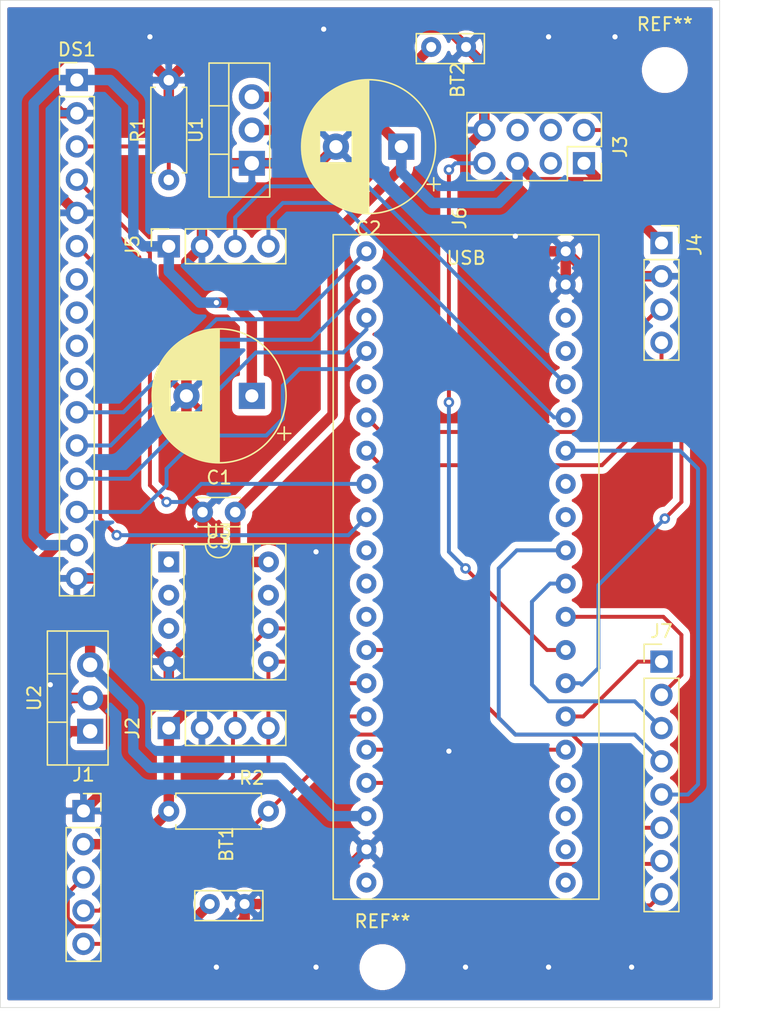
<source format=kicad_pcb>
(kicad_pcb (version 20171130) (host pcbnew "(5.1.6)-1")
  (title_block (title "Autocroft Master Controller") (date 2021-07-19) (rev 1.0) (company IoTeam))
  (layers (0 F.Cu signal) (31 B.Cu signal) (34 B.Paste user) (35 F.Paste user) (36 B.SilkS user) (37 F.SilkS user) (38 B.Mask user) (39 F.Mask user) (44 Edge.Cuts user))
  (net 0 "")
  (net 1 "Net-(BT1-Pad1)")
  (net 2 GND)
  (net 3 "Net-(BT2-Pad1)")
  (net 4 VCC_5V)
  (net 5 VCC_3V3)
  (net 6 "Net-(DS1-Pad3)")
  (net 7 PA11)
  (net 8 PA12)
  (net 9 "Net-(DS1-Pad7)")
  (net 10 "Net-(DS1-Pad8)")
  (net 11 "Net-(DS1-Pad9)")
  (net 12 "Net-(DS1-Pad10)")
  (net 13 PB12)
  (net 14 PB13)
  (net 15 PB14)
  (net 16 PB15)
  (net 17 PB7)
  (net 18 PB6)
  (net 19 PA0)
  (net 20 PA2)
  (net 21 "Net-(J3-Pad3)")
  (net 22 "Net-(J3-Pad4)")
  (net 23 PA3)
  (net 24 PA10)
  (net 25 PA9)
  (net 26 PB11)
  (net 27 PB10)
  (net 28 "Net-(J6-Pad5)")
  (net 29 "Net-(J6-Pad10)")
  (net 30 "Net-(J6-Pad11)")
  (net 31 "Net-(J6-Pad12)")
  (net 32 PB5)
  (net 33 PB8)
  (net 34 PB9)
  (net 35 "Net-(J6-Pad20)")
  (net 36 "Net-(J6-Pad21)")
  (net 37 "Net-(J6-Pad22)")
  (net 38 "Net-(J6-Pad23)")
  (net 39 "Net-(J6-Pad24)")
  (net 40 PA1)
  (net 41 PA4)
  (net 42 PA5)
  (net 43 PA6)
  (net 44 "Net-(J6-Pad32)")
  (net 45 "Net-(J6-Pad33)")
  (net 46 PB1)
  (net 47 "Net-(J6-Pad37)")
  (net 48 "Net-(J6-Pad38)")
  (net 49 "Net-(U3-Pad1)")
  (net 50 "Net-(U3-Pad2)")
  (net 51 "Net-(U3-Pad3)")
  (net 52 "Net-(U3-Pad7)")
  (net 53 "Net-(J3-Pad6)")
  (module MountingHole:MountingHole_2.5mm (layer F.Cu) (at 109.22 168.91)
    (fp_text reference REF** (at 0 -3.5) (layer F.SilkS))
    (fp_text value MountingHole_2.5mm)
    (pad 1 np_thru_hole circle (at 0 0) (size 2.5 2.5) (drill 2.5) (layers *.Cu *.Mask))
  )
  (module MountingHole:MountingHole_2.5mm (layer F.Cu) (at 130.81 100.33)
    (fp_text reference REF** (at 0 -3.5) (layer F.SilkS))
    (fp_text value MountingHole_2.5mm)
    (pad 1 np_thru_hole circle (at 0 0) (size 2.5 2.5) (drill 2.5) (layers *.Cu *.Mask))
  )
  (module Connector_PinSocket_2.54mm:PinSocket_1x04_P2.54mm_Vertical (layer F.Cu) (at 92.88 113.806 90)
    (fp_text reference J5 (at 0 -2.77 90) (layer F.SilkS))
    (fp_text value HC06)
    (pad 4 thru_hole oval (at 0 7.62 90) (size 1.7 1.7) (drill 1) (layers *.Cu *.Mask) (net 27 PB10))
    (pad 3 thru_hole oval (at 0 5.08 90) (size 1.7 1.7) (drill 1) (layers *.Cu *.Mask) (net 26 PB11))
    (pad 2 thru_hole oval (at 0 2.54 90) (size 1.7 1.7) (drill 1) (layers *.Cu *.Mask) (net 2 GND))
    (pad 1 thru_hole rect (at 0 0 90) (size 1.7 1.7) (drill 1) (layers *.Cu *.Mask) (net 4 VCC_5V))
  )
  (module BATT:BATT (layer F.Cu) (at 97.536 166.624 90)
    (fp_text reference BT1 (at 7.112 -0.254 90) (layer F.SilkS))
    (fp_text value "2 Li-ion (7.4V)")
    (pad 1 thru_hole circle (at 2.54 -1.524 90) (size 1.524 1.524) (drill 0.762) (layers *.Cu *.Mask) (net 1 "Net-(BT1-Pad1)"))
    (pad 2 thru_hole circle (at 2.54 1.143 90) (size 1.524 1.524) (drill 0.762) (layers *.Cu *.Mask) (net 2 GND))
  )
  (module BATT:BATT (layer F.Cu) (at 114.47 101.106 90)
    (fp_text reference BT2 (at 0 0.5 90) (layer F.SilkS))
    (fp_text value "2 Li-ion (7.4V)")
    (pad 1 thru_hole circle (at 2.54 -1.524 90) (size 1.524 1.524) (drill 0.762) (layers *.Cu *.Mask) (net 3 "Net-(BT2-Pad1)"))
    (pad 2 thru_hole circle (at 2.54 1.143 90) (size 1.524 1.524) (drill 0.762) (layers *.Cu *.Mask) (net 2 GND))
  )
  (module BLUEPILL:BLUEPILL (layer F.Cu) (at 115.613 111.647 270)
    (fp_text reference J6 (at 0 0.5 90) (layer F.SilkS))
    (fp_text value "STM32 Bluepill")
    (fp_text user USB (at 3.048 0) (layer F.SilkS))
    (pad 1 thru_hole circle (at 2.54 7.62 270) (size 1.524 1.524) (drill 0.762) (layers *.Cu *.Mask) (net 13 PB12))
    (pad 2 thru_hole circle (at 5.08 7.62 270) (size 1.524 1.524) (drill 0.762) (layers *.Cu *.Mask) (net 14 PB13))
    (pad 3 thru_hole circle (at 7.62 7.62 270) (size 1.524 1.524) (drill 0.762) (layers *.Cu *.Mask) (net 15 PB14))
    (pad 4 thru_hole circle (at 10.16 7.62 270) (size 1.524 1.524) (drill 0.762) (layers *.Cu *.Mask) (net 16 PB15))
    (pad 5 thru_hole circle (at 12.7 7.62 270) (size 1.524 1.524) (drill 0.762) (layers *.Cu *.Mask) (net 28 "Net-(J6-Pad5)"))
    (pad 6 thru_hole circle (at 15.24 7.62 270) (size 1.524 1.524) (drill 0.762) (layers *.Cu *.Mask) (net 25 PA9))
    (pad 7 thru_hole circle (at 17.78 7.62 270) (size 1.524 1.524) (drill 0.762) (layers *.Cu *.Mask) (net 24 PA10))
    (pad 8 thru_hole circle (at 20.32 7.62 270) (size 1.524 1.524) (drill 0.762) (layers *.Cu *.Mask) (net 7 PA11))
    (pad 9 thru_hole circle (at 22.86 7.62 270) (size 1.524 1.524) (drill 0.762) (layers *.Cu *.Mask) (net 8 PA12))
    (pad 10 thru_hole circle (at 25.4 7.62 270) (size 1.524 1.524) (drill 0.762) (layers *.Cu *.Mask) (net 29 "Net-(J6-Pad10)"))
    (pad 11 thru_hole circle (at 27.94 7.62 270) (size 1.524 1.524) (drill 0.762) (layers *.Cu *.Mask) (net 30 "Net-(J6-Pad11)"))
    (pad 12 thru_hole circle (at 30.48 7.62 270) (size 1.524 1.524) (drill 0.762) (layers *.Cu *.Mask) (net 31 "Net-(J6-Pad12)"))
    (pad 13 thru_hole circle (at 33.02 7.62 270) (size 1.524 1.524) (drill 0.762) (layers *.Cu *.Mask) (net 32 PB5))
    (pad 14 thru_hole circle (at 35.56 7.62 270) (size 1.524 1.524) (drill 0.762) (layers *.Cu *.Mask) (net 18 PB6))
    (pad 15 thru_hole circle (at 38.1 7.62 270) (size 1.524 1.524) (drill 0.762) (layers *.Cu *.Mask) (net 17 PB7))
    (pad 16 thru_hole circle (at 40.64 7.62 270) (size 1.524 1.524) (drill 0.762) (layers *.Cu *.Mask) (net 33 PB8))
    (pad 17 thru_hole circle (at 43.18 7.62 270) (size 1.524 1.524) (drill 0.762) (layers *.Cu *.Mask) (net 34 PB9))
    (pad 18 thru_hole circle (at 45.72 7.62 270) (size 1.524 1.524) (drill 0.762) (layers *.Cu *.Mask) (net 4 VCC_5V))
    (pad 19 thru_hole circle (at 48.26 7.62 270) (size 1.524 1.524) (drill 0.762) (layers *.Cu *.Mask) (net 2 GND))
    (pad 20 thru_hole circle (at 50.8 7.62 270) (size 1.524 1.524) (drill 0.762) (layers *.Cu *.Mask) (net 35 "Net-(J6-Pad20)"))
    (pad 21 thru_hole circle (at 50.8 -7.62 270) (size 1.524 1.524) (drill 0.762) (layers *.Cu *.Mask) (net 36 "Net-(J6-Pad21)"))
    (pad 22 thru_hole circle (at 48.26 -7.62 270) (size 1.524 1.524) (drill 0.762) (layers *.Cu *.Mask) (net 37 "Net-(J6-Pad22)"))
    (pad 23 thru_hole circle (at 45.72 -7.62 270) (size 1.524 1.524) (drill 0.762) (layers *.Cu *.Mask) (net 38 "Net-(J6-Pad23)"))
    (pad 24 thru_hole circle (at 43.18 -7.62 270) (size 1.524 1.524) (drill 0.762) (layers *.Cu *.Mask) (net 39 "Net-(J6-Pad24)"))
    (pad 25 thru_hole circle (at 40.64 -7.62 270) (size 1.524 1.524) (drill 0.762) (layers *.Cu *.Mask) (net 19 PA0))
    (pad 26 thru_hole circle (at 38.1 -7.62 270) (size 1.524 1.524) (drill 0.762) (layers *.Cu *.Mask) (net 40 PA1))
    (pad 27 thru_hole circle (at 35.56 -7.62 270) (size 1.524 1.524) (drill 0.762) (layers *.Cu *.Mask) (net 20 PA2))
    (pad 28 thru_hole circle (at 33.02 -7.62 270) (size 1.524 1.524) (drill 0.762) (layers *.Cu *.Mask) (net 23 PA3))
    (pad 29 thru_hole circle (at 30.48 -7.62 270) (size 1.524 1.524) (drill 0.762) (layers *.Cu *.Mask) (net 41 PA4))
    (pad 30 thru_hole circle (at 27.94 -7.62 270) (size 1.524 1.524) (drill 0.762) (layers *.Cu *.Mask) (net 42 PA5))
    (pad 31 thru_hole circle (at 25.4 -7.62 270) (size 1.524 1.524) (drill 0.762) (layers *.Cu *.Mask) (net 43 PA6))
    (pad 32 thru_hole circle (at 22.86 -7.62 270) (size 1.524 1.524) (drill 0.762) (layers *.Cu *.Mask) (net 44 "Net-(J6-Pad32)"))
    (pad 33 thru_hole circle (at 20.32 -7.62 270) (size 1.524 1.524) (drill 0.762) (layers *.Cu *.Mask) (net 45 "Net-(J6-Pad33)"))
    (pad 34 thru_hole circle (at 17.78 -7.62 270) (size 1.524 1.524) (drill 0.762) (layers *.Cu *.Mask) (net 46 PB1))
    (pad 35 thru_hole circle (at 15.24 -7.62 270) (size 1.524 1.524) (drill 0.762) (layers *.Cu *.Mask) (net 27 PB10))
    (pad 36 thru_hole circle (at 12.7 -7.62 270) (size 1.524 1.524) (drill 0.762) (layers *.Cu *.Mask) (net 26 PB11))
    (pad 37 thru_hole circle (at 10.16 -7.62 270) (size 1.524 1.524) (drill 0.762) (layers *.Cu *.Mask) (net 47 "Net-(J6-Pad37)"))
    (pad 38 thru_hole circle (at 7.62 -7.62 270) (size 1.524 1.524) (drill 0.762) (layers *.Cu *.Mask) (net 48 "Net-(J6-Pad38)"))
    (pad 39 thru_hole circle (at 5.08 -7.62 270) (size 1.524 1.524) (drill 0.762) (layers *.Cu *.Mask) (net 2 GND))
    (pad 40 thru_hole circle (at 2.54 -7.62 270) (size 1.524 1.524) (drill 0.762) (layers *.Cu *.Mask) (net 2 GND))
  )
  (module Capacitor_THT:CP_Radial_D10.0mm_P5.00mm (layer F.Cu) (at 99.23 125.236 180)
    (fp_text reference C1 (at 2.5 -6.25) (layer F.SilkS))
    (fp_text value 100uF)
    (pad 1 thru_hole rect (at 0 0 180) (size 2 2) (drill 1) (layers *.Cu *.Mask) (net 4 VCC_5V))
    (pad 2 thru_hole circle (at 5 0 180) (size 2 2) (drill 1) (layers *.Cu *.Mask) (net 2 GND))
  )
  (module Capacitor_THT:CP_Radial_D10.0mm_P5.00mm (layer F.Cu) (at 110.66 106.186 180)
    (fp_text reference C2 (at 2.5 -6.25) (layer F.SilkS))
    (fp_text value 100uF)
    (pad 2 thru_hole circle (at 5 0 180) (size 2 2) (drill 1) (layers *.Cu *.Mask) (net 2 GND))
    (pad 1 thru_hole rect (at 0 0 180) (size 2 2) (drill 1) (layers *.Cu *.Mask) (net 5 VCC_3V3))
  )
  (module Connector_PinHeader_2.54mm:PinHeader_1x16_P2.54mm_Vertical (layer F.Cu) (at 85.852 101.092)
    (fp_text reference DS1 (at 0 -2.33) (layer F.SilkS))
    (fp_text value LCD1602)
    (pad 16 thru_hole oval (at 0 38.1) (size 1.7 1.7) (drill 1) (layers *.Cu *.Mask) (net 2 GND))
    (pad 15 thru_hole oval (at 0 35.56) (size 1.7 1.7) (drill 1) (layers *.Cu *.Mask) (net 4 VCC_5V))
    (pad 14 thru_hole oval (at 0 33.02) (size 1.7 1.7) (drill 1) (layers *.Cu *.Mask) (net 16 PB15))
    (pad 13 thru_hole oval (at 0 30.48) (size 1.7 1.7) (drill 1) (layers *.Cu *.Mask) (net 15 PB14))
    (pad 12 thru_hole oval (at 0 27.94) (size 1.7 1.7) (drill 1) (layers *.Cu *.Mask) (net 14 PB13))
    (pad 11 thru_hole oval (at 0 25.4) (size 1.7 1.7) (drill 1) (layers *.Cu *.Mask) (net 13 PB12))
    (pad 10 thru_hole oval (at 0 22.86) (size 1.7 1.7) (drill 1) (layers *.Cu *.Mask) (net 12 "Net-(DS1-Pad10)"))
    (pad 9 thru_hole oval (at 0 20.32) (size 1.7 1.7) (drill 1) (layers *.Cu *.Mask) (net 11 "Net-(DS1-Pad9)"))
    (pad 8 thru_hole oval (at 0 17.78) (size 1.7 1.7) (drill 1) (layers *.Cu *.Mask) (net 10 "Net-(DS1-Pad8)"))
    (pad 7 thru_hole oval (at 0 15.24) (size 1.7 1.7) (drill 1) (layers *.Cu *.Mask) (net 9 "Net-(DS1-Pad7)"))
    (pad 6 thru_hole oval (at 0 12.7) (size 1.7 1.7) (drill 1) (layers *.Cu *.Mask) (net 8 PA12))
    (pad 5 thru_hole oval (at 0 10.16) (size 1.7 1.7) (drill 1) (layers *.Cu *.Mask) (net 2 GND))
    (pad 4 thru_hole oval (at 0 7.62) (size 1.7 1.7) (drill 1) (layers *.Cu *.Mask) (net 7 PA11))
    (pad 3 thru_hole oval (at 0 5.08) (size 1.7 1.7) (drill 1) (layers *.Cu *.Mask) (net 6 "Net-(DS1-Pad3)"))
    (pad 2 thru_hole oval (at 0 2.54) (size 1.7 1.7) (drill 1) (layers *.Cu *.Mask) (net 2 GND))
    (pad 1 thru_hole rect (at 0 0) (size 1.7 1.7) (drill 1) (layers *.Cu *.Mask) (net 4 VCC_5V))
  )
  (module Connector_PinSocket_2.54mm:PinSocket_1x05_P2.54mm_Vertical (layer F.Cu) (at 86.36 156.972)
    (fp_text reference J1 (at 0 -2.77) (layer F.SilkS))
    (fp_text value DS3231)
    (pad 5 thru_hole oval (at 0 10.16) (size 1.7 1.7) (drill 1) (layers *.Cu *.Mask) (net 19 PA0))
    (pad 4 thru_hole oval (at 0 7.62) (size 1.7 1.7) (drill 1) (layers *.Cu *.Mask) (net 18 PB6))
    (pad 3 thru_hole oval (at 0 5.08) (size 1.7 1.7) (drill 1) (layers *.Cu *.Mask) (net 17 PB7))
    (pad 2 thru_hole oval (at 0 2.54) (size 1.7 1.7) (drill 1) (layers *.Cu *.Mask) (net 5 VCC_3V3))
    (pad 1 thru_hole rect (at 0 0) (size 1.7 1.7) (drill 1) (layers *.Cu *.Mask) (net 2 GND))
  )
  (module Connector_PinSocket_2.54mm:PinSocket_1x04_P2.54mm_Vertical (layer F.Cu) (at 92.88 150.636 90)
    (fp_text reference J2 (at 0 -2.77 90) (layer F.SilkS))
    (fp_text value BME280)
    (pad 4 thru_hole oval (at 0 7.62 90) (size 1.7 1.7) (drill 1) (layers *.Cu *.Mask) (net 17 PB7))
    (pad 3 thru_hole oval (at 0 5.08 90) (size 1.7 1.7) (drill 1) (layers *.Cu *.Mask) (net 18 PB6))
    (pad 2 thru_hole oval (at 0 2.54 90) (size 1.7 1.7) (drill 1) (layers *.Cu *.Mask) (net 2 GND))
    (pad 1 thru_hole rect (at 0 0 90) (size 1.7 1.7) (drill 1) (layers *.Cu *.Mask) (net 5 VCC_3V3))
  )
  (module Connector_PinSocket_2.54mm:PinSocket_2x04_P2.54mm_Vertical (layer F.Cu) (at 124.63 107.456 270)
    (fp_text reference J3 (at -1.27 -2.77 90) (layer F.SilkS))
    (fp_text value ESP8266)
    (pad 1 thru_hole rect (at 0 0 270) (size 1.7 1.7) (drill 1) (layers *.Cu *.Mask) (net 5 VCC_3V3))
    (pad 2 thru_hole oval (at -2.54 0 270) (size 1.7 1.7) (drill 1) (layers *.Cu *.Mask) (net 20 PA2))
    (pad 3 thru_hole oval (at 0 2.54 270) (size 1.7 1.7) (drill 1) (layers *.Cu *.Mask) (net 21 "Net-(J3-Pad3)"))
    (pad 4 thru_hole oval (at -2.54 2.54 270) (size 1.7 1.7) (drill 1) (layers *.Cu *.Mask) (net 22 "Net-(J3-Pad4)"))
    (pad 5 thru_hole oval (at 0 5.08 270) (size 1.7 1.7) (drill 1) (layers *.Cu *.Mask) (net 5 VCC_3V3))
    (pad 6 thru_hole oval (at -2.54 5.08 270) (size 1.7 1.7) (drill 1) (layers *.Cu *.Mask) (net 53 "Net-(J3-Pad6)"))
    (pad 7 thru_hole oval (at 0 7.62 270) (size 1.7 1.7) (drill 1) (layers *.Cu *.Mask) (net 23 PA3))
    (pad 8 thru_hole oval (at -2.54 7.62 270) (size 1.7 1.7) (drill 1) (layers *.Cu *.Mask) (net 2 GND))
  )
  (module Connector_PinSocket_2.54mm:PinSocket_1x04_P2.54mm_Vertical (layer F.Cu) (at 130.556 113.552)
    (fp_text reference J4 (at 2.54 0.127 -90) (layer F.SilkS))
    (fp_text value HC12)
    (pad 1 thru_hole rect (at 0 0) (size 1.7 1.7) (drill 1) (layers *.Cu *.Mask) (net 5 VCC_3V3))
    (pad 2 thru_hole oval (at 0 2.54) (size 1.7 1.7) (drill 1) (layers *.Cu *.Mask) (net 2 GND))
    (pad 3 thru_hole oval (at 0 5.08) (size 1.7 1.7) (drill 1) (layers *.Cu *.Mask) (net 25 PA9))
    (pad 4 thru_hole oval (at 0 7.62) (size 1.7 1.7) (drill 1) (layers *.Cu *.Mask) (net 24 PA10))
  )
  (module Connector_PinHeader_2.54mm:PinHeader_1x08_P2.54mm_Vertical (layer F.Cu) (at 130.556 145.556)
    (fp_text reference J7 (at 0 -2.33) (layer F.SilkS))
    (fp_text value Keypad)
    (pad 8 thru_hole oval (at 0 17.78) (size 1.7 1.7) (drill 1) (layers *.Cu *.Mask) (net 34 PB9))
    (pad 7 thru_hole oval (at 0 15.24) (size 1.7 1.7) (drill 1) (layers *.Cu *.Mask) (net 33 PB8))
    (pad 6 thru_hole oval (at 0 12.7) (size 1.7 1.7) (drill 1) (layers *.Cu *.Mask) (net 32 PB5))
    (pad 5 thru_hole oval (at 0 10.16) (size 1.7 1.7) (drill 1) (layers *.Cu *.Mask) (net 46 PB1))
    (pad 4 thru_hole oval (at 0 7.62) (size 1.7 1.7) (drill 1) (layers *.Cu *.Mask) (net 43 PA6))
    (pad 3 thru_hole oval (at 0 5.08) (size 1.7 1.7) (drill 1) (layers *.Cu *.Mask) (net 42 PA5))
    (pad 2 thru_hole oval (at 0 2.54) (size 1.7 1.7) (drill 1) (layers *.Cu *.Mask) (net 41 PA4))
    (pad 1 thru_hole rect (at 0 0) (size 1.7 1.7) (drill 1) (layers *.Cu *.Mask) (net 40 PA1))
  )
  (module Resistor_THT:R_Axial_DIN0207_L6.3mm_D2.5mm_P7.62mm_Horizontal (layer F.Cu) (at 92.88 108.726 90)
    (fp_text reference R1 (at 3.81 -2.37 90) (layer F.SilkS))
    (fp_text value 1k)
    (pad 2 thru_hole oval (at 7.62 0 90) (size 1.6 1.6) (drill 0.8) (layers *.Cu *.Mask) (net 2 GND))
    (pad 1 thru_hole circle (at 0 0 90) (size 1.6 1.6) (drill 0.8) (layers *.Cu *.Mask) (net 6 "Net-(DS1-Pad3)"))
  )
  (module Package_TO_SOT_THT:TO-220-3_Vertical (layer F.Cu) (at 99.23 107.456 90)
    (fp_text reference U1 (at 2.54 -4.27 90) (layer F.SilkS))
    (fp_text value LM1117-3.3)
    (pad 3 thru_hole oval (at 5.08 0 90) (size 1.905 2) (drill 1.1) (layers *.Cu *.Mask) (net 3 "Net-(BT2-Pad1)"))
    (pad 2 thru_hole oval (at 2.54 0 90) (size 1.905 2) (drill 1.1) (layers *.Cu *.Mask) (net 5 VCC_3V3))
    (pad 1 thru_hole rect (at 0 0 90) (size 1.905 2) (drill 1.1) (layers *.Cu *.Mask) (net 2 GND))
  )
  (module Package_TO_SOT_THT:TO-220-3_Vertical (layer F.Cu) (at 86.868 150.876 90)
    (fp_text reference U2 (at 2.54 -4.27 90) (layer F.SilkS))
    (fp_text value LM7805_TO220)
    (pad 1 thru_hole rect (at 0 0 90) (size 1.905 2) (drill 1.1) (layers *.Cu *.Mask) (net 1 "Net-(BT1-Pad1)"))
    (pad 2 thru_hole oval (at 2.54 0 90) (size 1.905 2) (drill 1.1) (layers *.Cu *.Mask) (net 2 GND))
    (pad 3 thru_hole oval (at 5.08 0 90) (size 1.905 2) (drill 1.1) (layers *.Cu *.Mask) (net 4 VCC_5V))
  )
  (module Package_DIP:DIP-8_W7.62mm_Socket (layer F.Cu) (at 92.88 137.936)
    (fp_text reference U3 (at 3.81 -2.33) (layer F.SilkS))
    (fp_text value EEPROM)
    (pad 8 thru_hole oval (at 7.62 0) (size 1.6 1.6) (drill 0.8) (layers *.Cu *.Mask) (net 5 VCC_3V3))
    (pad 4 thru_hole oval (at 0 7.62) (size 1.6 1.6) (drill 0.8) (layers *.Cu *.Mask) (net 2 GND))
    (pad 7 thru_hole oval (at 7.62 2.54) (size 1.6 1.6) (drill 0.8) (layers *.Cu *.Mask) (net 52 "Net-(U3-Pad7)"))
    (pad 3 thru_hole oval (at 0 5.08) (size 1.6 1.6) (drill 0.8) (layers *.Cu *.Mask) (net 51 "Net-(U3-Pad3)"))
    (pad 6 thru_hole oval (at 7.62 5.08) (size 1.6 1.6) (drill 0.8) (layers *.Cu *.Mask) (net 18 PB6))
    (pad 2 thru_hole oval (at 0 2.54) (size 1.6 1.6) (drill 0.8) (layers *.Cu *.Mask) (net 50 "Net-(U3-Pad2)"))
    (pad 5 thru_hole oval (at 7.62 7.62) (size 1.6 1.6) (drill 0.8) (layers *.Cu *.Mask) (net 17 PB7))
    (pad 1 thru_hole rect (at 0 0) (size 1.6 1.6) (drill 0.8) (layers *.Cu *.Mask) (net 49 "Net-(U3-Pad1)"))
  )
  (module Resistor_THT:R_Axial_DIN0207_L6.3mm_D2.5mm_P7.62mm_Horizontal (layer F.Cu) (at 100.5 156.986 180)
    (fp_text reference R2 (at 1.27 2.54) (layer F.SilkS))
    (fp_text value 10k)
    (pad 2 thru_hole oval (at 7.62 0 180) (size 1.6 1.6) (drill 0.8) (layers *.Cu *.Mask) (net 5 VCC_3V3))
    (pad 1 thru_hole circle (at 0 0 180) (size 1.6 1.6) (drill 0.8) (layers *.Cu *.Mask) (net 19 PA0))
  )
  (module Capacitor_THT:C_Disc_D3.0mm_W2.0mm_P2.50mm (layer F.Cu) (at 97.96 134.126 180)
    (fp_text reference C3 (at 1.25 -2.25) (layer F.SilkS))
    (fp_text value 100nF)
    (pad 1 thru_hole circle (at 0 0 180) (size 1.6 1.6) (drill 0.8) (layers *.Cu *.Mask) (net 5 VCC_3V3))
    (pad 2 thru_hole circle (at 2.5 0 180) (size 1.6 1.6) (drill 0.8) (layers *.Cu *.Mask) (net 2 GND))
  )
  (gr_line (start 80 172) (end 80 95) (layer Edge.Cuts) (width 0.05))
  (gr_line (start 135 172) (end 80 172) (layer Edge.Cuts) (width 0.05))
  (gr_line (start 135 95) (end 135 172) (layer Edge.Cuts) (width 0.05))
  (gr_line (start 80 95) (end 135 95) (layer Edge.Cuts) (width 0.05))
  (segment (start 85.344 150.876) (end 86.868 150.876) (width 0.8) (layer F.Cu) (net 1))
  (segment (start 91.186 168.91) (end 85.09 168.91) (width 0.8) (layer F.Cu) (net 1))
  (segment (start 85.09 168.91) (end 83.82 167.64) (width 0.8) (layer F.Cu) (net 1))
  (segment (start 83.82 167.64) (end 83.82 152.4) (width 0.8) (layer F.Cu) (net 1))
  (segment (start 96.012 164.084) (end 91.186 168.91) (width 0.8) (layer F.Cu) (net 1))
  (segment (start 83.82 152.4) (end 85.344 150.876) (width 0.8) (layer F.Cu) (net 1))
  (segment (start 117.01 99.963) (end 115.613 98.566) (width 0.8) (layer F.Cu) (net 2))
  (segment (start 117.01 104.916) (end 117.01 99.963) (width 0.8) (layer F.Cu) (net 2))
  (segment (start 115.559999 106.366001) (end 115.559999 110.479999) (width 0.8) (layer F.Cu) (net 2))
  (segment (start 117.01 104.916) (end 115.559999 106.366001) (width 0.8) (layer F.Cu) (net 2))
  (segment (start 119.267 114.187) (end 123.233 114.187) (width 0.8) (layer F.Cu) (net 2))
  (segment (start 115.559999 110.479999) (end 119.267 114.187) (width 0.8) (layer F.Cu) (net 2))
  (segment (start 125.138 116.092) (end 123.233 114.187) (width 0.8) (layer F.Cu) (net 2))
  (segment (start 130.556 116.092) (end 125.138 116.092) (width 0.8) (layer F.Cu) (net 2))
  (segment (start 123.233 116.727) (end 123.233 114.187) (width 0.8) (layer F.Cu) (net 2))
  (segment (start 84.649919 103.632) (end 83.82 102.802081) (width 0.8) (layer F.Cu) (net 2))
  (segment (start 85.852 103.632) (end 84.649919 103.632) (width 0.8) (layer F.Cu) (net 2))
  (segment (start 83.82 100.343998) (end 85.103998 99.06) (width 0.8) (layer F.Cu) (net 2))
  (segment (start 90.834 99.06) (end 92.88 101.106) (width 0.8) (layer F.Cu) (net 2))
  (segment (start 85.103998 99.06) (end 90.834 99.06) (width 0.8) (layer F.Cu) (net 2))
  (segment (start 85.852 111.252) (end 83.82 109.22) (width 0.8) (layer F.Cu) (net 2))
  (segment (start 83.82 109.22) (end 83.82 101.6) (width 0.8) (layer F.Cu) (net 2))
  (segment (start 83.82 102.802081) (end 83.82 101.6) (width 0.8) (layer F.Cu) (net 2))
  (segment (start 83.82 101.6) (end 83.82 100.343998) (width 0.8) (layer F.Cu) (net 2))
  (segment (start 92.88 101.106) (end 92.88 104.31) (width 0.8) (layer F.Cu) (net 2))
  (segment (start 96.026 107.456) (end 99.23 107.456) (width 0.8) (layer F.Cu) (net 2))
  (segment (start 104.39 107.456) (end 105.66 106.186) (width 0.8) (layer F.Cu) (net 2))
  (segment (start 99.23 107.456) (end 104.39 107.456) (width 0.8) (layer F.Cu) (net 2))
  (segment (start 96.782001 97.203999) (end 92.88 101.106) (width 0.8) (layer F.Cu) (net 2))
  (segment (start 114.250999 97.203999) (end 104.726001 97.203999) (width 0.8) (layer F.Cu) (net 2))
  (segment (start 115.613 98.566) (end 114.250999 97.203999) (width 0.8) (layer F.Cu) (net 2))
  (segment (start 103.816 164.084) (end 107.993 159.907) (width 0.8) (layer F.Cu) (net 2))
  (segment (start 98.679 164.084) (end 103.816 164.084) (width 0.8) (layer F.Cu) (net 2))
  (segment (start 87.360502 148.336) (end 86.868 148.336) (width 0.8) (layer F.Cu) (net 2))
  (segment (start 88.468001 154.863999) (end 88.468001 149.443499) (width 0.8) (layer F.Cu) (net 2))
  (segment (start 88.468001 149.443499) (end 87.360502 148.336) (width 0.8) (layer F.Cu) (net 2))
  (segment (start 86.36 156.972) (end 88.468001 154.863999) (width 0.8) (layer F.Cu) (net 2))
  (segment (start 94.23 114.996) (end 95.42 113.806) (width 0.8) (layer F.Cu) (net 2))
  (segment (start 94.23 125.236) (end 94.23 114.996) (width 0.8) (layer F.Cu) (net 2))
  (segment (start 95.42 106.85) (end 95.25 106.68) (width 0.8) (layer F.Cu) (net 2))
  (segment (start 95.42 113.806) (end 95.42 106.85) (width 0.8) (layer F.Cu) (net 2))
  (segment (start 92.88 104.31) (end 95.25 106.68) (width 0.8) (layer F.Cu) (net 2))
  (segment (start 95.25 106.68) (end 96.026 107.456) (width 0.8) (layer F.Cu) (net 2))
  (segment (start 94.23 132.896) (end 95.46 134.126) (width 0.8) (layer F.Cu) (net 2))
  (segment (start 94.23 125.236) (end 94.23 132.896) (width 0.8) (layer F.Cu) (net 2))
  (segment (start 98.679 165.227) (end 98.679 164.084) (width 0.8) (layer F.Cu) (net 2))
  (segment (start 93.472 170.434) (end 98.679 165.227) (width 0.8) (layer F.Cu) (net 2))
  (segment (start 85.344 148.336) (end 82.55 151.13) (width 0.8) (layer F.Cu) (net 2))
  (segment (start 86.868 148.336) (end 85.344 148.336) (width 0.8) (layer F.Cu) (net 2))
  (segment (start 82.55 151.13) (end 82.55 168.148) (width 0.8) (layer F.Cu) (net 2))
  (segment (start 82.55 168.148) (end 84.836 170.434) (width 0.8) (layer F.Cu) (net 2))
  (segment (start 84.836 170.434) (end 93.472 170.434) (width 0.8) (layer F.Cu) (net 2))
  (segment (start 91.292499 149.443499) (end 88.468001 149.443499) (width 0.8) (layer F.Cu) (net 2))
  (segment (start 92.88 147.855998) (end 91.292499 149.443499) (width 0.8) (layer F.Cu) (net 2))
  (segment (start 92.88 145.556) (end 92.88 147.855998) (width 0.8) (layer F.Cu) (net 2))
  (segment (start 95.42 150.636) (end 95.42 147.49) (width 0.8) (layer B.Cu) (net 2))
  (segment (start 93.486 145.556) (end 92.88 145.556) (width 0.8) (layer B.Cu) (net 2))
  (segment (start 95.42 147.49) (end 93.486 145.556) (width 0.8) (layer B.Cu) (net 2))
  (segment (start 85.852 139.192) (end 87.934 139.192) (width 0.8) (layer F.Cu) (net 2))
  (segment (start 87.934 140.61) (end 87.934 139.192) (width 0.8) (layer F.Cu) (net 2))
  (segment (start 92.88 145.556) (end 87.934 140.61) (width 0.8) (layer F.Cu) (net 2))
  (segment (start 92.88 145.556) (end 96.52 141.916) (width 0.8) (layer F.Cu) (net 2))
  (segment (start 96.52 141.916) (end 96.52 139.7) (width 0.8) (layer F.Cu) (net 2))
  (segment (start 95.46 138.64) (end 95.46 134.126) (width 0.8) (layer F.Cu) (net 2))
  (segment (start 96.52 139.7) (end 95.46 138.64) (width 0.8) (layer F.Cu) (net 2))
  (via (at 96.52 168.91) (size 0.8) (drill 0.4) (layers F.Cu B.Cu) (net 2))
  (via (at 104.14 168.91) (size 0.8) (drill 0.4) (layers F.Cu B.Cu) (net 2))
  (via (at 115.57 168.91) (size 0.8) (drill 0.4) (layers F.Cu B.Cu) (net 2))
  (via (at 121.92 168.91) (size 0.8) (drill 0.4) (layers F.Cu B.Cu) (net 2))
  (via (at 91.44 97.79) (size 0.8) (drill 0.4) (layers F.Cu B.Cu) (net 2))
  (via (at 127 97.79) (size 0.8) (drill 0.4) (layers F.Cu B.Cu) (net 2))
  (via (at 119.38 113.03) (size 0.8) (drill 0.4) (layers F.Cu B.Cu) (net 2))
  (via (at 104.14 137.16) (size 0.8) (drill 0.4) (layers F.Cu B.Cu) (net 2))
  (via (at 83.82 147.32) (size 0.8) (drill 0.4) (layers F.Cu B.Cu) (net 2))
  (segment (start 104.726001 97.203999) (end 96.782001 97.203999) (width 0.8) (layer F.Cu) (net 2))
  (via (at 104.726001 97.203999) (size 0.8) (drill 0.4) (layers F.Cu B.Cu) (net 2))
  (via (at 121.92 97.79) (size 0.8) (drill 0.4) (layers F.Cu B.Cu) (net 2))
  (via (at 114.3 152.4) (size 0.8) (drill 0.4) (layers F.Cu B.Cu) (net 2))
  (via (at 128.27 168.91) (size 0.8) (drill 0.4) (layers F.Cu B.Cu) (net 2))
  (segment (start 109.136 102.376) (end 112.946 98.566) (width 0.8) (layer F.Cu) (net 3))
  (segment (start 99.23 102.376) (end 109.136 102.376) (width 0.8) (layer F.Cu) (net 3))
  (segment (start 86.868 145.796) (end 86.868 144.018) (width 0.8) (layer F.Cu) (net 4))
  (segment (start 86.868 144.018) (end 85.09 142.24) (width 0.8) (layer F.Cu) (net 4))
  (segment (start 85.09 142.24) (end 83.82 142.24) (width 0.8) (layer F.Cu) (net 4))
  (segment (start 83.82 142.24) (end 82.55 140.97) (width 0.8) (layer F.Cu) (net 4))
  (segment (start 82.55 140.97) (end 82.55 138.43) (width 0.8) (layer F.Cu) (net 4))
  (segment (start 84.328 136.652) (end 85.852 136.652) (width 0.8) (layer F.Cu) (net 4))
  (segment (start 82.55 138.43) (end 84.328 136.652) (width 0.8) (layer F.Cu) (net 4))
  (segment (start 105.297 157.367) (end 107.993 157.367) (width 0.8) (layer B.Cu) (net 4))
  (segment (start 90.17 149.098) (end 90.17 152.4) (width 0.8) (layer B.Cu) (net 4))
  (segment (start 101.6 153.67) (end 105.297 157.367) (width 0.8) (layer B.Cu) (net 4))
  (segment (start 86.868 145.796) (end 90.17 149.098) (width 0.8) (layer B.Cu) (net 4))
  (segment (start 90.17 152.4) (end 91.44 153.67) (width 0.8) (layer B.Cu) (net 4))
  (segment (start 91.44 153.67) (end 101.6 153.67) (width 0.8) (layer B.Cu) (net 4))
  (segment (start 85.852 101.092) (end 88.392 101.092) (width 0.8) (layer B.Cu) (net 4))
  (segment (start 88.392 101.092) (end 90.17 102.87) (width 0.8) (layer B.Cu) (net 4))
  (segment (start 90.17 102.87) (end 90.17 113.03) (width 0.8) (layer B.Cu) (net 4))
  (segment (start 90.946 113.806) (end 92.88 113.806) (width 0.8) (layer B.Cu) (net 4))
  (segment (start 90.17 113.03) (end 90.946 113.806) (width 0.8) (layer B.Cu) (net 4))
  (segment (start 85.852 101.092) (end 84.328 101.092) (width 0.8) (layer B.Cu) (net 4))
  (segment (start 84.328 101.092) (end 82.55 102.87) (width 0.8) (layer B.Cu) (net 4))
  (segment (start 82.55 102.87) (end 82.55 109.22) (width 0.8) (layer B.Cu) (net 4))
  (segment (start 83.312 136.652) (end 85.852 136.652) (width 0.8) (layer B.Cu) (net 4))
  (segment (start 82.55 135.89) (end 83.312 136.652) (width 0.8) (layer B.Cu) (net 4))
  (segment (start 92.88 113.806) (end 92.88 115.74) (width 0.8) (layer B.Cu) (net 4))
  (segment (start 92.88 115.74) (end 95.25 118.11) (width 0.8) (layer B.Cu) (net 4))
  (via (at 96.52 118.11) (size 0.8) (drill 0.4) (layers F.Cu B.Cu) (net 4))
  (segment (start 95.25 118.11) (end 96.52 118.11) (width 0.8) (layer B.Cu) (net 4))
  (segment (start 99.23 125.236) (end 99.23 119.55) (width 0.8) (layer F.Cu) (net 4))
  (segment (start 99.23 119.55) (end 97.79 118.11) (width 0.8) (layer F.Cu) (net 4))
  (segment (start 97.79 118.11) (end 96.52 118.11) (width 0.8) (layer F.Cu) (net 4))
  (segment (start 82.55 109.22) (end 82.55 123.19) (width 0.8) (layer B.Cu) (net 4))
  (segment (start 82.55 123.19) (end 82.55 135.89) (width 0.8) (layer B.Cu) (net 4))
  (segment (start 124.63 107.456) (end 124.63 107.626) (width 0.8) (layer F.Cu) (net 5))
  (segment (start 99.23 104.916) (end 103.364 104.916) (width 0.8) (layer F.Cu) (net 5))
  (segment (start 103.364 104.916) (end 104.14 104.14) (width 0.8) (layer F.Cu) (net 5))
  (segment (start 108.614 104.14) (end 110.66 106.186) (width 0.8) (layer F.Cu) (net 5))
  (segment (start 104.14 104.14) (end 108.614 104.14) (width 0.8) (layer F.Cu) (net 5))
  (segment (start 125.910001 108.906001) (end 125.977 108.973) (width 0.8) (layer F.Cu) (net 5))
  (segment (start 119.55 107.456) (end 121.000001 108.906001) (width 0.8) (layer F.Cu) (net 5))
  (segment (start 121.000001 108.906001) (end 125.910001 108.906001) (width 0.8) (layer F.Cu) (net 5))
  (segment (start 124.63 107.626) (end 125.977 108.973) (width 0.8) (layer F.Cu) (net 5))
  (segment (start 125.977 108.973) (end 130.556 113.552) (width 0.8) (layer F.Cu) (net 5))
  (segment (start 110.66 107.78) (end 110.66 106.186) (width 0.8) (layer F.Cu) (net 5))
  (segment (start 105.41 113.03) (end 110.66 107.78) (width 0.8) (layer F.Cu) (net 5))
  (segment (start 97.96 134.126) (end 105.41 126.676) (width 0.8) (layer F.Cu) (net 5))
  (segment (start 105.41 126.676) (end 105.41 113.03) (width 0.8) (layer F.Cu) (net 5))
  (segment (start 97.96 134.126) (end 97.96 136.99) (width 0.8) (layer F.Cu) (net 5))
  (segment (start 98.906 137.936) (end 100.5 137.936) (width 0.8) (layer F.Cu) (net 5))
  (segment (start 97.96 136.99) (end 98.906 137.936) (width 0.8) (layer F.Cu) (net 5))
  (segment (start 92.88 150.636) (end 96.52 146.996) (width 0.8) (layer F.Cu) (net 5))
  (segment (start 92.88 156.986) (end 92.88 150.636) (width 0.8) (layer F.Cu) (net 5))
  (segment (start 90.354 159.512) (end 92.88 156.986) (width 0.8) (layer F.Cu) (net 5))
  (segment (start 86.36 159.512) (end 90.354 159.512) (width 0.8) (layer F.Cu) (net 5))
  (segment (start 110.66 106.186) (end 110.66 108.12) (width 0.8) (layer B.Cu) (net 5))
  (segment (start 110.66 108.12) (end 113.03 110.49) (width 0.8) (layer B.Cu) (net 5))
  (segment (start 113.03 110.49) (end 118.11 110.49) (width 0.8) (layer B.Cu) (net 5))
  (segment (start 119.55 109.05) (end 119.55 107.456) (width 0.8) (layer B.Cu) (net 5))
  (segment (start 118.11 110.49) (end 119.55 109.05) (width 0.8) (layer B.Cu) (net 5))
  (segment (start 96.52 146.996) (end 96.52 144.78) (width 0.8) (layer F.Cu) (net 5))
  (segment (start 98.906 142.394) (end 98.906 137.936) (width 0.8) (layer F.Cu) (net 5))
  (segment (start 96.52 144.78) (end 98.906 142.394) (width 0.8) (layer F.Cu) (net 5))
  (segment (start 85.852 106.172) (end 92.202 106.172) (width 0.3) (layer F.Cu) (net 6))
  (segment (start 92.88 106.85) (end 92.88 108.726) (width 0.3) (layer F.Cu) (net 6))
  (segment (start 92.202 106.172) (end 92.88 106.85) (width 0.3) (layer F.Cu) (net 6))
  (segment (start 85.852 108.712) (end 91.44 114.3) (width 0.3) (layer F.Cu) (net 7))
  (segment (start 91.44 114.3) (end 91.44 132.08) (width 0.3) (layer F.Cu) (net 7))
  (via (at 92.71 133.35) (size 0.8) (drill 0.4) (layers F.Cu B.Cu) (net 7))
  (segment (start 91.44 132.08) (end 92.71 133.35) (width 0.3) (layer F.Cu) (net 7))
  (segment (start 95.363 131.967) (end 107.993 131.967) (width 0.3) (layer B.Cu) (net 7))
  (segment (start 92.71 133.35) (end 93.98 133.35) (width 0.3) (layer B.Cu) (net 7))
  (segment (start 93.98 133.35) (end 95.363 131.967) (width 0.3) (layer B.Cu) (net 7))
  (segment (start 85.852 113.792) (end 87.63 115.57) (width 0.3) (layer F.Cu) (net 8))
  (segment (start 87.63 115.57) (end 87.63 134.62) (width 0.3) (layer F.Cu) (net 8))
  (via (at 88.9 135.89) (size 0.8) (drill 0.4) (layers F.Cu B.Cu) (net 8))
  (segment (start 87.63 134.62) (end 88.9 135.89) (width 0.3) (layer F.Cu) (net 8))
  (segment (start 106.61 135.89) (end 107.993 134.507) (width 0.3) (layer B.Cu) (net 8))
  (segment (start 88.9 135.89) (end 106.61 135.89) (width 0.3) (layer B.Cu) (net 8))
  (segment (start 85.852 126.492) (end 89.408 126.492) (width 0.3) (layer B.Cu) (net 13))
  (segment (start 89.408 126.492) (end 96.52 119.38) (width 0.3) (layer B.Cu) (net 13))
  (segment (start 102.8 119.38) (end 107.993 114.187) (width 0.3) (layer B.Cu) (net 13))
  (segment (start 96.52 119.38) (end 102.8 119.38) (width 0.3) (layer B.Cu) (net 13))
  (segment (start 88.435998 129.032) (end 96.52 120.947998) (width 0.3) (layer B.Cu) (net 14))
  (segment (start 85.852 129.032) (end 88.435998 129.032) (width 0.3) (layer B.Cu) (net 14))
  (segment (start 103.772002 120.947998) (end 107.993 116.727) (width 0.3) (layer B.Cu) (net 14))
  (segment (start 96.52 120.947998) (end 103.772002 120.947998) (width 0.3) (layer B.Cu) (net 14))
  (segment (start 89.892002 131.572) (end 99.544002 121.92) (width 0.3) (layer B.Cu) (net 15))
  (segment (start 85.852 131.572) (end 89.892002 131.572) (width 0.3) (layer B.Cu) (net 15))
  (segment (start 107.993 120.161238) (end 107.993 119.267) (width 0.3) (layer B.Cu) (net 15))
  (segment (start 106.234238 121.92) (end 107.993 120.161238) (width 0.3) (layer B.Cu) (net 15))
  (segment (start 99.544002 121.92) (end 106.234238 121.92) (width 0.3) (layer B.Cu) (net 15))
  (segment (start 92.71 132.08) (end 90.678 134.112) (width 0.3) (layer B.Cu) (net 16))
  (segment (start 92.71 130.81) (end 92.71 132.08) (width 0.3) (layer B.Cu) (net 16))
  (segment (start 95.25 128.27) (end 92.71 130.81) (width 0.3) (layer B.Cu) (net 16))
  (segment (start 90.678 134.112) (end 85.852 134.112) (width 0.3) (layer B.Cu) (net 16))
  (segment (start 100.33 128.27) (end 95.25 128.27) (width 0.3) (layer B.Cu) (net 16))
  (segment (start 107.993 121.807) (end 106.61 123.19) (width 0.3) (layer B.Cu) (net 16))
  (segment (start 101.6 124.46) (end 101.6 127) (width 0.3) (layer B.Cu) (net 16))
  (segment (start 102.87 123.19) (end 101.6 124.46) (width 0.3) (layer B.Cu) (net 16))
  (segment (start 106.61 123.19) (end 102.87 123.19) (width 0.3) (layer B.Cu) (net 16))
  (segment (start 101.6 127) (end 100.33 128.27) (width 0.3) (layer B.Cu) (net 16))
  (segment (start 85.783999 165.792001) (end 88.207999 165.792001) (width 0.3) (layer F.Cu) (net 17))
  (segment (start 85.159999 165.168001) (end 85.783999 165.792001) (width 0.3) (layer F.Cu) (net 17))
  (segment (start 86.36 162.052) (end 85.159999 163.252001) (width 0.3) (layer F.Cu) (net 17))
  (segment (start 85.159999 163.252001) (end 85.159999 165.168001) (width 0.3) (layer F.Cu) (net 17))
  (segment (start 100.5 153.5) (end 100.5 150.636) (width 0.3) (layer F.Cu) (net 17))
  (segment (start 88.207999 165.792001) (end 100.5 153.5) (width 0.3) (layer F.Cu) (net 17))
  (segment (start 100.5 150.636) (end 100.5 145.556) (width 0.3) (layer F.Cu) (net 17))
  (segment (start 107.993 149.747) (end 106.567 149.747) (width 0.3) (layer F.Cu) (net 17))
  (segment (start 106.567 149.747) (end 104.14 147.32) (width 0.3) (layer F.Cu) (net 17))
  (segment (start 104.14 147.32) (end 104.14 146.05) (width 0.3) (layer F.Cu) (net 17))
  (segment (start 103.646 145.556) (end 100.5 145.556) (width 0.3) (layer F.Cu) (net 17))
  (segment (start 104.14 146.05) (end 103.646 145.556) (width 0.3) (layer F.Cu) (net 17))
  (segment (start 87.562081 164.592) (end 97.79 154.364081) (width 0.3) (layer F.Cu) (net 18))
  (segment (start 86.36 164.592) (end 87.562081 164.592) (width 0.3) (layer F.Cu) (net 18))
  (segment (start 97.79 150.806) (end 97.96 150.636) (width 0.3) (layer F.Cu) (net 18))
  (segment (start 97.79 154.364081) (end 97.79 150.806) (width 0.3) (layer F.Cu) (net 18))
  (segment (start 97.96 145.556) (end 100.5 143.016) (width 0.3) (layer F.Cu) (net 18))
  (segment (start 97.96 150.636) (end 97.96 145.556) (width 0.3) (layer F.Cu) (net 18))
  (segment (start 100.5 143.016) (end 104.916 143.016) (width 0.3) (layer F.Cu) (net 18))
  (segment (start 104.916 143.016) (end 105.41 143.51) (width 0.3) (layer F.Cu) (net 18))
  (segment (start 105.41 143.51) (end 105.41 146.05) (width 0.3) (layer F.Cu) (net 18))
  (segment (start 106.567 147.207) (end 107.993 147.207) (width 0.3) (layer F.Cu) (net 18))
  (segment (start 105.41 146.05) (end 106.567 147.207) (width 0.3) (layer F.Cu) (net 18))
  (segment (start 90.354 167.132) (end 100.5 156.986) (width 0.3) (layer F.Cu) (net 19))
  (segment (start 86.36 167.132) (end 90.354 167.132) (width 0.3) (layer F.Cu) (net 19))
  (segment (start 100.5 156.986) (end 101.546999 155.939001) (width 0.3) (layer F.Cu) (net 19))
  (segment (start 101.546999 155.939001) (end 101.870999 155.939001) (width 0.3) (layer F.Cu) (net 19))
  (segment (start 101.870999 155.939001) (end 106.68 151.13) (width 0.3) (layer F.Cu) (net 19))
  (segment (start 106.68 151.13) (end 116.84 151.13) (width 0.3) (layer F.Cu) (net 19))
  (segment (start 117.997 152.287) (end 123.233 152.287) (width 0.3) (layer F.Cu) (net 19))
  (segment (start 116.84 151.13) (end 117.997 152.287) (width 0.3) (layer F.Cu) (net 19))
  (segment (start 124.63 104.916) (end 127.776 104.916) (width 0.3) (layer F.Cu) (net 20))
  (segment (start 127.776 104.916) (end 132.08 109.22) (width 0.3) (layer F.Cu) (net 20))
  (segment (start 132.08 109.22) (end 132.08 133.35) (width 0.3) (layer F.Cu) (net 20))
  (via (at 130.81 134.62) (size 0.8) (drill 0.4) (layers F.Cu B.Cu) (net 20))
  (segment (start 132.08 133.35) (end 130.81 134.62) (width 0.3) (layer F.Cu) (net 20))
  (segment (start 130.81 134.62) (end 125.73 139.7) (width 0.3) (layer B.Cu) (net 20))
  (segment (start 125.73 139.7) (end 125.73 146.05) (width 0.3) (layer B.Cu) (net 20))
  (segment (start 125.73 146.05) (end 124.46 147.32) (width 0.3) (layer B.Cu) (net 20))
  (segment (start 124.347 147.207) (end 123.233 147.207) (width 0.3) (layer B.Cu) (net 20))
  (segment (start 124.46 147.32) (end 124.347 147.207) (width 0.3) (layer B.Cu) (net 20))
  (segment (start 117.01 107.456) (end 114.794 107.456) (width 0.3) (layer B.Cu) (net 23))
  (via (at 114.3 107.95) (size 0.8) (drill 0.4) (layers F.Cu B.Cu) (net 23))
  (segment (start 114.794 107.456) (end 114.3 107.95) (width 0.3) (layer B.Cu) (net 23))
  (segment (start 114.3 107.95) (end 114.3 125.73) (width 0.3) (layer F.Cu) (net 23))
  (via (at 114.3 125.73) (size 0.8) (drill 0.4) (layers F.Cu B.Cu) (net 23))
  (segment (start 121.807 144.667) (end 123.233 144.667) (width 0.3) (layer F.Cu) (net 23))
  (via (at 115.57 138.43) (size 0.8) (drill 0.4) (layers F.Cu B.Cu) (net 23))
  (segment (start 115.57 138.43) (end 121.807 144.667) (width 0.3) (layer F.Cu) (net 23))
  (segment (start 114.3 137.16) (end 115.57 138.43) (width 0.3) (layer B.Cu) (net 23))
  (segment (start 114.3 125.73) (end 114.3 137.16) (width 0.3) (layer B.Cu) (net 23))
  (segment (start 109.105001 130.539001) (end 126.000999 130.539001) (width 0.3) (layer F.Cu) (net 24))
  (segment (start 107.993 129.427) (end 109.105001 130.539001) (width 0.3) (layer F.Cu) (net 24))
  (segment (start 130.556 125.984) (end 130.556 121.172) (width 0.3) (layer F.Cu) (net 24))
  (segment (start 126.000999 130.539001) (end 130.556 125.984) (width 0.3) (layer F.Cu) (net 24))
  (segment (start 109.105001 127.999001) (end 126.000999 127.999001) (width 0.3) (layer F.Cu) (net 25))
  (segment (start 107.993 126.887) (end 109.105001 127.999001) (width 0.3) (layer F.Cu) (net 25))
  (segment (start 126.000999 127.999001) (end 128.27 125.73) (width 0.3) (layer F.Cu) (net 25))
  (segment (start 128.27 125.73) (end 128.27 120.65) (width 0.3) (layer F.Cu) (net 25))
  (segment (start 130.288 118.632) (end 130.556 118.632) (width 0.3) (layer F.Cu) (net 25))
  (segment (start 128.27 120.65) (end 130.288 118.632) (width 0.3) (layer F.Cu) (net 25))
  (segment (start 123.233 124.347) (end 108.106 109.22) (width 0.3) (layer B.Cu) (net 26))
  (segment (start 108.106 109.22) (end 100.33 109.22) (width 0.3) (layer B.Cu) (net 26))
  (segment (start 97.96 111.59) (end 97.96 113.806) (width 0.3) (layer B.Cu) (net 26))
  (segment (start 100.33 109.22) (end 97.96 111.59) (width 0.3) (layer B.Cu) (net 26))
  (segment (start 100.5 113.806) (end 100.5 111.59) (width 0.3) (layer B.Cu) (net 27))
  (segment (start 100.5 111.59) (end 101.6 110.49) (width 0.3) (layer B.Cu) (net 27))
  (segment (start 122.338762 126.887) (end 123.233 126.887) (width 0.3) (layer B.Cu) (net 27))
  (segment (start 105.941762 110.49) (end 122.338762 126.887) (width 0.3) (layer B.Cu) (net 27))
  (segment (start 101.6 110.49) (end 105.941762 110.49) (width 0.3) (layer B.Cu) (net 27))
  (segment (start 107.993 144.667) (end 112.917 144.667) (width 0.3) (layer F.Cu) (net 32))
  (segment (start 112.917 144.667) (end 119.38 151.13) (width 0.3) (layer F.Cu) (net 32))
  (segment (start 123.721762 151.13) (end 128.27 155.678238) (width 0.3) (layer F.Cu) (net 32))
  (segment (start 119.38 151.13) (end 123.721762 151.13) (width 0.3) (layer F.Cu) (net 32))
  (segment (start 128.27 155.678238) (end 128.27 157.48) (width 0.3) (layer F.Cu) (net 32))
  (segment (start 129.046 158.256) (end 130.556 158.256) (width 0.3) (layer F.Cu) (net 32))
  (segment (start 128.27 157.48) (end 129.046 158.256) (width 0.3) (layer F.Cu) (net 32))
  (segment (start 107.993 152.287) (end 110.377 152.287) (width 0.3) (layer F.Cu) (net 33))
  (segment (start 130.332999 161.019001) (end 130.556 160.796) (width 0.3) (layer F.Cu) (net 33))
  (segment (start 119.109001 161.019001) (end 130.332999 161.019001) (width 0.3) (layer F.Cu) (net 33))
  (segment (start 110.377 152.287) (end 119.109001 161.019001) (width 0.3) (layer F.Cu) (net 33))
  (segment (start 107.993 154.827) (end 110.377 154.827) (width 0.3) (layer F.Cu) (net 34))
  (segment (start 129.706001 164.185999) (end 130.556 163.336) (width 0.3) (layer F.Cu) (net 34))
  (segment (start 119.735999 164.185999) (end 129.706001 164.185999) (width 0.3) (layer F.Cu) (net 34))
  (segment (start 110.377 154.827) (end 119.735999 164.185999) (width 0.3) (layer F.Cu) (net 34))
  (segment (start 123.233 149.747) (end 124.573 149.747) (width 0.3) (layer F.Cu) (net 40))
  (segment (start 128.764 145.556) (end 130.556 145.556) (width 0.3) (layer F.Cu) (net 40))
  (segment (start 124.573 149.747) (end 128.764 145.556) (width 0.3) (layer F.Cu) (net 40))
  (segment (start 130.556 148.096) (end 132.08 146.572) (width 0.3) (layer F.Cu) (net 41))
  (segment (start 132.08 146.572) (end 132.08 143.51) (width 0.3) (layer F.Cu) (net 41))
  (segment (start 130.697 142.127) (end 123.233 142.127) (width 0.3) (layer F.Cu) (net 41))
  (segment (start 132.08 143.51) (end 130.697 142.127) (width 0.3) (layer F.Cu) (net 41))
  (segment (start 123.233 139.587) (end 122.033 139.587) (width 0.3) (layer B.Cu) (net 42))
  (segment (start 122.033 139.587) (end 120.65 140.97) (width 0.3) (layer B.Cu) (net 42))
  (segment (start 120.65 140.97) (end 120.65 147.32) (width 0.3) (layer B.Cu) (net 42))
  (segment (start 120.65 147.32) (end 121.92 148.59) (width 0.3) (layer B.Cu) (net 42))
  (segment (start 128.51 148.59) (end 130.556 150.636) (width 0.3) (layer B.Cu) (net 42))
  (segment (start 121.92 148.59) (end 128.51 148.59) (width 0.3) (layer B.Cu) (net 42))
  (segment (start 119.493 137.047) (end 118.11 138.43) (width 0.3) (layer B.Cu) (net 43))
  (segment (start 128.51 151.13) (end 130.556 153.176) (width 0.3) (layer B.Cu) (net 43))
  (segment (start 118.11 138.43) (end 118.11 149.86) (width 0.3) (layer B.Cu) (net 43))
  (segment (start 123.233 137.047) (end 119.493 137.047) (width 0.3) (layer B.Cu) (net 43))
  (segment (start 118.11 149.86) (end 119.38 151.13) (width 0.3) (layer B.Cu) (net 43))
  (segment (start 119.38 151.13) (end 128.51 151.13) (width 0.3) (layer B.Cu) (net 43))
  (segment (start 123.233 129.427) (end 131.967 129.427) (width 0.3) (layer B.Cu) (net 46))
  (segment (start 131.967 129.427) (end 133.35 130.81) (width 0.3) (layer B.Cu) (net 46))
  (segment (start 133.35 130.81) (end 133.35 154.94) (width 0.3) (layer B.Cu) (net 46))
  (segment (start 132.574 155.716) (end 130.556 155.716) (width 0.3) (layer B.Cu) (net 46))
  (segment (start 133.35 154.94) (end 132.574 155.716) (width 0.3) (layer B.Cu) (net 46))
  (zone (net 2) (net_name GND) (layer B.Cu) (connect_pads (clearance 0.508)) (min_thickness 0.254) (fill yes (arc_segments 32) (thermal_gap 0.508) (thermal_bridge_width 0.508))
    (polygon (pts (xy 134.62 171.45) (xy 80.01 171.45) (xy 80.01 95.25) (xy 134.62 95.25)))
  )
  (zone (net 2) (net_name GND) (layer F.Cu) (connect_pads (clearance 0.508)) (min_thickness 0.254) (fill yes (arc_segments 32) (thermal_gap 0.508) (thermal_bridge_width 0.508))
    (polygon (pts (xy 134.62 171.45) (xy 80.01 171.45) (xy 80.01 95.25) (xy 134.62 95.25)))
  )
)
</source>
